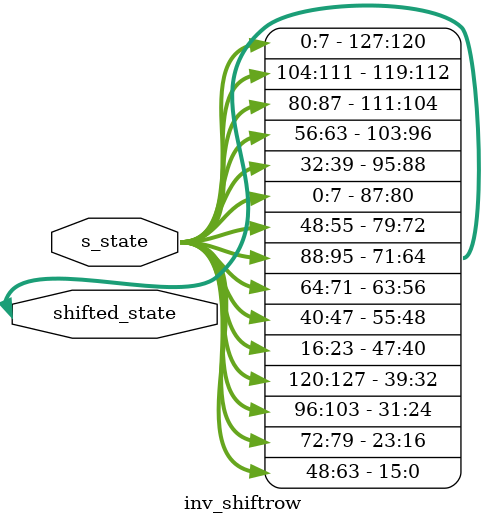
<source format=v>
`timescale 1ns / 1ps


module inv_shiftrow(s_state,shifted_state);
input [0:127] s_state;
inout [0:127] shifted_state;
assign shifted_state[0:7]   = s_state[0:7];//0 
assign shifted_state[8:15] = s_state[104:111];//1
assign shifted_state[16:23] = s_state[80:87];//2
assign shifted_state[24:31] = s_state[56:63];//3

assign shifted_state[32:39] = s_state[32:39];//4
assign shifted_state[40:47] = s_state[0:7];//5
assign shifted_state[48:55] = s_state[48:55];//6
assign shifted_state[56:63] = s_state[88:95];//7

assign shifted_state[64:71] = s_state[64:71];//8
assign shifted_state[72:79] = s_state[40:47];//9
assign shifted_state[80:87] = s_state[16:23];//10
assign shifted_state[88:95] = s_state[120:127];//11

assign shifted_state[96:103] = s_state[96:103];//12
assign shifted_state[104:111] = s_state[72:79];//13s
assign shifted_state[112:119] = s_state[48:55];//14
assign shifted_state[120:127] = s_state[56:63];//15
    
endmodule

</source>
